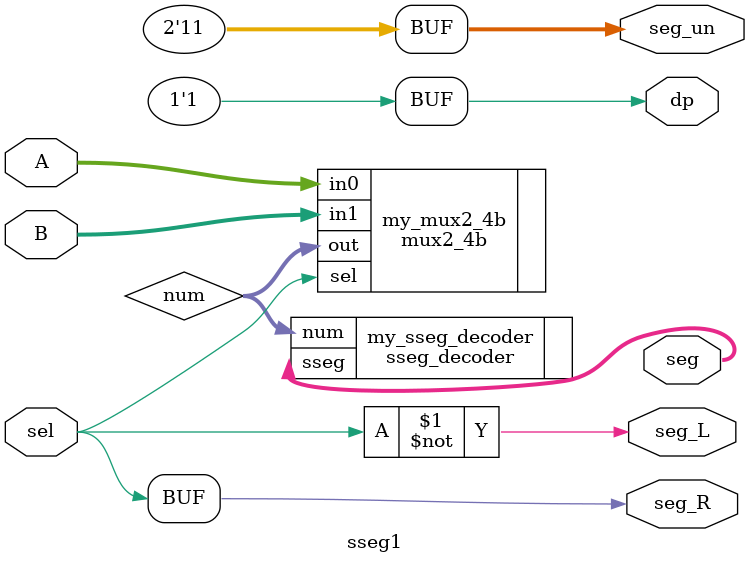
<source format=sv>
`timescale 1ns / 1ps


module sseg1(
    input [3:0] A,
    input [3:0] B,
    input sel,
    output [1:0] seg_un,
    output dp,
    output seg_L,
    output seg_R,
    output [6:0] seg
    );
    
    wire[3:0] num;
    
    mux2_4b my_mux2_4b(
    .in0(A),
    .in1(B),
    .sel(sel),
    .out(num)
    );
    
    sseg_decoder my_sseg_decoder(
    .num(num),
    .sseg(seg)
    );
    
assign seg_L = ~sel;
assign seg_R= sel;

assign dp = 1;
assign seg_un = 2'b11;

    
endmodule

</source>
